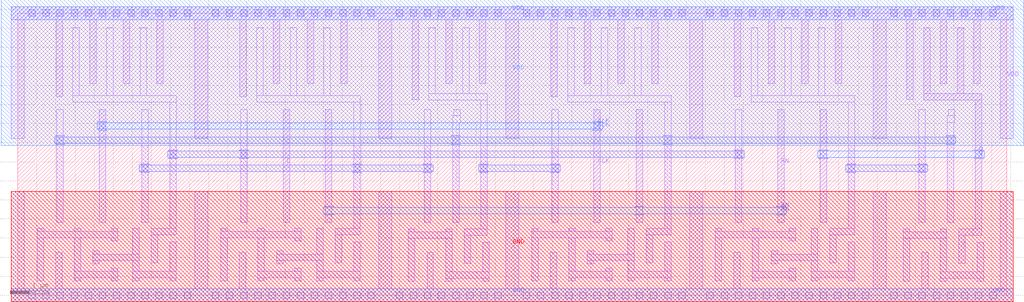
<source format=lef>
VERSION 5.7 ;
  NOWIREEXTENSIONATPIN ON ;
  DIVIDERCHAR "/" ;
  BUSBITCHARS "[]" ;
MACRO DFFRNQX1
  CLASS CORE ;
  FOREIGN DFFRNQX1 ;
  ORIGIN 0.000 0.000 ;
  SIZE 25.900 BY 7.400 ;
  SYMMETRY X Y R90 ;
  SITE unitrh ;
  PIN Q
    DIRECTION OUTPUT ;
    USE SIGNAL ;
    ANTENNAGATEAREA 1.027250 ;
    ANTENNADIFFAREA 1.351900 ;
    PORT
      LAYER li1 ;
        RECT 23.715 5.285 23.885 7.020 ;
        RECT 24.595 5.285 24.765 7.020 ;
        RECT 23.715 5.115 25.245 5.285 ;
        RECT 21.005 1.915 21.175 4.865 ;
        RECT 25.075 1.740 25.245 5.115 ;
        RECT 24.635 1.570 25.245 1.740 ;
        RECT 24.635 0.835 24.805 1.570 ;
      LAYER mcon ;
        RECT 21.005 3.615 21.175 3.785 ;
        RECT 25.075 3.615 25.245 3.785 ;
      LAYER met1 ;
        RECT 20.975 3.785 21.205 3.815 ;
        RECT 25.045 3.785 25.275 3.815 ;
        RECT 20.945 3.615 25.305 3.785 ;
        RECT 20.975 3.585 21.205 3.615 ;
        RECT 25.045 3.585 25.275 3.615 ;
    END
  END Q
  PIN D
    DIRECTION INPUT ;
    USE SIGNAL ;
    ANTENNAGATEAREA 1.014850 ;
    PORT
      LAYER li1 ;
        RECT 6.945 1.915 7.115 4.865 ;
    END
  END D
  PIN CLK
    DIRECTION INPUT ;
    USE SIGNAL ;
    ANTENNAGATEAREA 2.029700 ;
    PORT
      LAYER li1 ;
        RECT 2.135 1.915 2.305 4.865 ;
        RECT 15.085 1.915 15.255 4.865 ;
      LAYER mcon ;
        RECT 2.135 4.355 2.305 4.525 ;
        RECT 15.085 4.355 15.255 4.525 ;
      LAYER met1 ;
        RECT 2.105 4.525 2.335 4.555 ;
        RECT 15.055 4.525 15.285 4.555 ;
        RECT 2.075 4.355 15.315 4.525 ;
        RECT 2.105 4.325 2.335 4.355 ;
        RECT 15.055 4.325 15.285 4.355 ;
    END
  END CLK
  PIN RN
    DIRECTION INPUT ;
    USE SIGNAL ;
    ANTENNAGATEAREA 3.069350 ;
    PORT
      LAYER li1 ;
        RECT 8.055 1.915 8.225 4.865 ;
        RECT 16.195 1.915 16.365 4.865 ;
        RECT 19.895 1.915 20.065 4.865 ;
      LAYER mcon ;
        RECT 8.055 2.135 8.225 2.305 ;
        RECT 16.195 2.135 16.365 2.305 ;
        RECT 19.895 2.135 20.065 2.305 ;
      LAYER met1 ;
        RECT 8.025 2.305 8.255 2.335 ;
        RECT 16.165 2.305 16.395 2.335 ;
        RECT 19.865 2.305 20.095 2.335 ;
        RECT 7.995 2.135 20.125 2.305 ;
        RECT 8.025 2.105 8.255 2.135 ;
        RECT 16.165 2.105 16.395 2.135 ;
        RECT 19.865 2.105 20.095 2.135 ;
    END
  END RN
  PIN VDD
    DIRECTION INOUT ;
    USE POWER ;
    SHAPE ABUTMENT ;
    PORT
      LAYER nwell ;
        RECT -0.435 3.930 26.335 7.750 ;
      LAYER li1 ;
        RECT -0.170 7.230 26.070 7.570 ;
        RECT -0.170 4.110 0.170 7.230 ;
        RECT 1.005 5.215 1.175 7.230 ;
        RECT 1.885 5.555 2.055 7.230 ;
        RECT 2.765 5.555 2.935 7.230 ;
        RECT 3.645 5.555 3.815 7.230 ;
        RECT 4.640 4.110 4.980 7.230 ;
        RECT 5.815 5.215 5.985 7.230 ;
        RECT 6.695 5.555 6.865 7.230 ;
        RECT 7.575 5.555 7.745 7.230 ;
        RECT 8.455 5.555 8.625 7.230 ;
        RECT 9.450 4.110 9.790 7.230 ;
        RECT 10.325 5.135 10.495 7.230 ;
        RECT 11.205 5.555 11.375 7.230 ;
        RECT 12.085 5.555 12.255 7.230 ;
        RECT 12.780 4.110 13.120 7.230 ;
        RECT 13.955 5.215 14.125 7.230 ;
        RECT 14.835 5.555 15.005 7.230 ;
        RECT 15.715 5.555 15.885 7.230 ;
        RECT 16.595 5.555 16.765 7.230 ;
        RECT 17.590 4.110 17.930 7.230 ;
        RECT 18.765 5.215 18.935 7.230 ;
        RECT 19.645 5.555 19.815 7.230 ;
        RECT 20.525 5.555 20.695 7.230 ;
        RECT 21.405 5.555 21.575 7.230 ;
        RECT 22.400 4.110 22.740 7.230 ;
        RECT 23.275 5.135 23.445 7.230 ;
        RECT 24.155 5.555 24.325 7.230 ;
        RECT 25.035 5.555 25.205 7.230 ;
        RECT 25.730 4.110 26.070 7.230 ;
      LAYER mcon ;
        RECT 0.285 7.315 0.455 7.485 ;
        RECT 0.655 7.315 0.825 7.485 ;
        RECT 1.025 7.315 1.195 7.485 ;
        RECT 1.395 7.315 1.565 7.485 ;
        RECT 1.765 7.315 1.935 7.485 ;
        RECT 2.135 7.315 2.305 7.485 ;
        RECT 2.505 7.315 2.675 7.485 ;
        RECT 2.875 7.315 3.045 7.485 ;
        RECT 3.245 7.315 3.415 7.485 ;
        RECT 3.615 7.315 3.785 7.485 ;
        RECT 3.985 7.315 4.155 7.485 ;
        RECT 4.355 7.315 4.525 7.485 ;
        RECT 5.095 7.315 5.265 7.485 ;
        RECT 5.465 7.315 5.635 7.485 ;
        RECT 5.835 7.315 6.005 7.485 ;
        RECT 6.205 7.315 6.375 7.485 ;
        RECT 6.575 7.315 6.745 7.485 ;
        RECT 6.945 7.315 7.115 7.485 ;
        RECT 7.315 7.315 7.485 7.485 ;
        RECT 7.685 7.315 7.855 7.485 ;
        RECT 8.055 7.315 8.225 7.485 ;
        RECT 8.425 7.315 8.595 7.485 ;
        RECT 8.795 7.315 8.965 7.485 ;
        RECT 9.165 7.315 9.335 7.485 ;
        RECT 9.905 7.315 10.075 7.485 ;
        RECT 10.275 7.315 10.445 7.485 ;
        RECT 10.645 7.315 10.815 7.485 ;
        RECT 11.015 7.315 11.185 7.485 ;
        RECT 11.385 7.315 11.555 7.485 ;
        RECT 11.755 7.315 11.925 7.485 ;
        RECT 12.125 7.315 12.295 7.485 ;
        RECT 12.495 7.315 12.665 7.485 ;
        RECT 13.235 7.315 13.405 7.485 ;
        RECT 13.605 7.315 13.775 7.485 ;
        RECT 13.975 7.315 14.145 7.485 ;
        RECT 14.345 7.315 14.515 7.485 ;
        RECT 14.715 7.315 14.885 7.485 ;
        RECT 15.085 7.315 15.255 7.485 ;
        RECT 15.455 7.315 15.625 7.485 ;
        RECT 15.825 7.315 15.995 7.485 ;
        RECT 16.195 7.315 16.365 7.485 ;
        RECT 16.565 7.315 16.735 7.485 ;
        RECT 16.935 7.315 17.105 7.485 ;
        RECT 17.305 7.315 17.475 7.485 ;
        RECT 18.045 7.315 18.215 7.485 ;
        RECT 18.415 7.315 18.585 7.485 ;
        RECT 18.785 7.315 18.955 7.485 ;
        RECT 19.155 7.315 19.325 7.485 ;
        RECT 19.525 7.315 19.695 7.485 ;
        RECT 19.895 7.315 20.065 7.485 ;
        RECT 20.265 7.315 20.435 7.485 ;
        RECT 20.635 7.315 20.805 7.485 ;
        RECT 21.005 7.315 21.175 7.485 ;
        RECT 21.375 7.315 21.545 7.485 ;
        RECT 21.745 7.315 21.915 7.485 ;
        RECT 22.115 7.315 22.285 7.485 ;
        RECT 22.855 7.315 23.025 7.485 ;
        RECT 23.225 7.315 23.395 7.485 ;
        RECT 23.595 7.315 23.765 7.485 ;
        RECT 23.965 7.315 24.135 7.485 ;
        RECT 24.335 7.315 24.505 7.485 ;
        RECT 24.705 7.315 24.875 7.485 ;
        RECT 25.075 7.315 25.245 7.485 ;
        RECT 25.445 7.315 25.615 7.485 ;
      LAYER met1 ;
        RECT -0.170 7.230 26.070 7.570 ;
    END
  END VDD
  PIN GND
    DIRECTION INOUT ;
    USE GROUND ;
    SHAPE ABUTMENT ;
    PORT
      LAYER pwell ;
        RECT -0.170 -0.170 26.070 2.720 ;
      LAYER li1 ;
        RECT -0.170 0.170 0.170 2.720 ;
        RECT 0.990 0.170 1.160 1.130 ;
        RECT 4.640 0.170 4.980 2.720 ;
        RECT 5.800 0.170 5.970 1.130 ;
        RECT 9.450 0.170 9.790 2.720 ;
        RECT 10.715 0.170 10.885 1.120 ;
        RECT 12.780 0.170 13.120 2.720 ;
        RECT 13.940 0.170 14.110 1.130 ;
        RECT 17.590 0.170 17.930 2.720 ;
        RECT 18.750 0.170 18.920 1.130 ;
        RECT 22.400 0.170 22.740 2.720 ;
        RECT 23.665 0.170 23.835 1.120 ;
        RECT 25.730 0.170 26.070 2.720 ;
        RECT -0.170 -0.170 26.070 0.170 ;
      LAYER mcon ;
        RECT 0.285 -0.085 0.455 0.085 ;
        RECT 0.655 -0.085 0.825 0.085 ;
        RECT 1.025 -0.085 1.195 0.085 ;
        RECT 1.395 -0.085 1.565 0.085 ;
        RECT 1.765 -0.085 1.935 0.085 ;
        RECT 2.135 -0.085 2.305 0.085 ;
        RECT 2.505 -0.085 2.675 0.085 ;
        RECT 2.875 -0.085 3.045 0.085 ;
        RECT 3.245 -0.085 3.415 0.085 ;
        RECT 3.615 -0.085 3.785 0.085 ;
        RECT 3.985 -0.085 4.155 0.085 ;
        RECT 4.355 -0.085 4.525 0.085 ;
        RECT 5.095 -0.085 5.265 0.085 ;
        RECT 5.465 -0.085 5.635 0.085 ;
        RECT 5.835 -0.085 6.005 0.085 ;
        RECT 6.205 -0.085 6.375 0.085 ;
        RECT 6.575 -0.085 6.745 0.085 ;
        RECT 6.945 -0.085 7.115 0.085 ;
        RECT 7.315 -0.085 7.485 0.085 ;
        RECT 7.685 -0.085 7.855 0.085 ;
        RECT 8.055 -0.085 8.225 0.085 ;
        RECT 8.425 -0.085 8.595 0.085 ;
        RECT 8.795 -0.085 8.965 0.085 ;
        RECT 9.165 -0.085 9.335 0.085 ;
        RECT 9.905 -0.085 10.075 0.085 ;
        RECT 10.275 -0.085 10.445 0.085 ;
        RECT 10.645 -0.085 10.815 0.085 ;
        RECT 11.015 -0.085 11.185 0.085 ;
        RECT 11.385 -0.085 11.555 0.085 ;
        RECT 11.755 -0.085 11.925 0.085 ;
        RECT 12.125 -0.085 12.295 0.085 ;
        RECT 12.495 -0.085 12.665 0.085 ;
        RECT 13.235 -0.085 13.405 0.085 ;
        RECT 13.605 -0.085 13.775 0.085 ;
        RECT 13.975 -0.085 14.145 0.085 ;
        RECT 14.345 -0.085 14.515 0.085 ;
        RECT 14.715 -0.085 14.885 0.085 ;
        RECT 15.085 -0.085 15.255 0.085 ;
        RECT 15.455 -0.085 15.625 0.085 ;
        RECT 15.825 -0.085 15.995 0.085 ;
        RECT 16.195 -0.085 16.365 0.085 ;
        RECT 16.565 -0.085 16.735 0.085 ;
        RECT 16.935 -0.085 17.105 0.085 ;
        RECT 17.305 -0.085 17.475 0.085 ;
        RECT 18.045 -0.085 18.215 0.085 ;
        RECT 18.415 -0.085 18.585 0.085 ;
        RECT 18.785 -0.085 18.955 0.085 ;
        RECT 19.155 -0.085 19.325 0.085 ;
        RECT 19.525 -0.085 19.695 0.085 ;
        RECT 19.895 -0.085 20.065 0.085 ;
        RECT 20.265 -0.085 20.435 0.085 ;
        RECT 20.635 -0.085 20.805 0.085 ;
        RECT 21.005 -0.085 21.175 0.085 ;
        RECT 21.375 -0.085 21.545 0.085 ;
        RECT 21.745 -0.085 21.915 0.085 ;
        RECT 22.115 -0.085 22.285 0.085 ;
        RECT 22.855 -0.085 23.025 0.085 ;
        RECT 23.225 -0.085 23.395 0.085 ;
        RECT 23.595 -0.085 23.765 0.085 ;
        RECT 23.965 -0.085 24.135 0.085 ;
        RECT 24.335 -0.085 24.505 0.085 ;
        RECT 24.705 -0.085 24.875 0.085 ;
        RECT 25.075 -0.085 25.245 0.085 ;
        RECT 25.445 -0.085 25.615 0.085 ;
      LAYER met1 ;
        RECT -0.170 -0.170 26.070 0.175 ;
    END
  END GND
  OBS
      LAYER li1 ;
        RECT 1.445 5.240 1.615 7.020 ;
        RECT 2.325 5.240 2.495 7.020 ;
        RECT 3.205 5.240 3.375 7.020 ;
        RECT 6.255 5.240 6.425 7.020 ;
        RECT 7.135 5.240 7.305 7.020 ;
        RECT 8.015 5.240 8.185 7.020 ;
        RECT 10.765 5.285 10.935 7.020 ;
        RECT 11.645 5.285 11.815 7.020 ;
        RECT 1.445 5.070 4.155 5.240 ;
        RECT 6.255 5.070 8.965 5.240 ;
        RECT 10.765 5.115 12.295 5.285 ;
        RECT 1.025 1.915 1.195 4.865 ;
        RECT 3.245 1.915 3.415 4.865 ;
        RECT 0.505 1.675 0.675 1.755 ;
        RECT 1.475 1.675 1.645 1.755 ;
        RECT 2.445 1.675 2.615 1.755 ;
        RECT 0.505 1.505 2.615 1.675 ;
        RECT 0.505 0.375 0.675 1.505 ;
        RECT 1.475 0.625 1.645 1.505 ;
        RECT 2.445 1.425 2.615 1.505 ;
        RECT 1.965 1.080 2.135 1.160 ;
        RECT 3.015 1.080 3.185 1.755 ;
        RECT 3.985 1.750 4.155 5.070 ;
        RECT 5.835 1.915 6.005 4.865 ;
        RECT 1.965 0.910 3.185 1.080 ;
        RECT 1.965 0.830 2.135 0.910 ;
        RECT 2.445 0.625 2.615 0.705 ;
        RECT 1.475 0.455 2.615 0.625 ;
        RECT 1.475 0.375 1.645 0.455 ;
        RECT 2.445 0.375 2.615 0.455 ;
        RECT 3.015 0.625 3.185 0.910 ;
        RECT 3.500 1.580 4.155 1.750 ;
        RECT 5.315 1.675 5.485 1.755 ;
        RECT 6.285 1.675 6.455 1.755 ;
        RECT 7.255 1.675 7.425 1.755 ;
        RECT 3.500 0.845 3.670 1.580 ;
        RECT 5.315 1.505 7.425 1.675 ;
        RECT 3.985 0.625 4.155 1.395 ;
        RECT 3.015 0.455 4.155 0.625 ;
        RECT 3.015 0.375 3.185 0.455 ;
        RECT 3.985 0.375 4.155 0.455 ;
        RECT 5.315 0.375 5.485 1.505 ;
        RECT 6.285 0.625 6.455 1.505 ;
        RECT 7.255 1.425 7.425 1.505 ;
        RECT 6.775 1.080 6.945 1.160 ;
        RECT 7.825 1.080 7.995 1.755 ;
        RECT 8.795 1.750 8.965 5.070 ;
        RECT 10.645 1.915 10.815 4.865 ;
        RECT 11.415 4.710 11.585 4.865 ;
        RECT 11.385 4.535 11.585 4.710 ;
        RECT 11.385 1.915 11.555 4.535 ;
        RECT 6.775 0.910 7.995 1.080 ;
        RECT 6.775 0.830 6.945 0.910 ;
        RECT 7.255 0.625 7.425 0.705 ;
        RECT 6.285 0.455 7.425 0.625 ;
        RECT 6.285 0.375 6.455 0.455 ;
        RECT 7.255 0.375 7.425 0.455 ;
        RECT 7.825 0.625 7.995 0.910 ;
        RECT 8.310 1.580 8.965 1.750 ;
        RECT 10.230 1.665 10.400 1.745 ;
        RECT 11.200 1.665 11.370 1.745 ;
        RECT 12.125 1.740 12.295 5.115 ;
        RECT 14.395 5.240 14.565 7.020 ;
        RECT 15.275 5.240 15.445 7.020 ;
        RECT 16.155 5.240 16.325 7.020 ;
        RECT 19.205 5.240 19.375 7.020 ;
        RECT 20.085 5.240 20.255 7.020 ;
        RECT 20.965 5.240 21.135 7.020 ;
        RECT 14.395 5.070 17.105 5.240 ;
        RECT 19.205 5.070 21.915 5.240 ;
        RECT 13.975 1.915 14.145 4.865 ;
        RECT 8.310 0.845 8.480 1.580 ;
        RECT 10.230 1.495 11.370 1.665 ;
        RECT 8.795 0.625 8.965 1.395 ;
        RECT 7.825 0.455 8.965 0.625 ;
        RECT 7.825 0.375 7.995 0.455 ;
        RECT 8.795 0.375 8.965 0.455 ;
        RECT 10.230 0.365 10.400 1.495 ;
        RECT 11.200 0.615 11.370 1.495 ;
        RECT 11.685 1.570 12.295 1.740 ;
        RECT 13.455 1.675 13.625 1.755 ;
        RECT 14.425 1.675 14.595 1.755 ;
        RECT 15.395 1.675 15.565 1.755 ;
        RECT 11.685 0.835 11.855 1.570 ;
        RECT 13.455 1.505 15.565 1.675 ;
        RECT 12.170 0.615 12.340 1.385 ;
        RECT 11.200 0.445 12.340 0.615 ;
        RECT 11.200 0.365 11.370 0.445 ;
        RECT 12.170 0.365 12.340 0.445 ;
        RECT 13.455 0.375 13.625 1.505 ;
        RECT 14.425 0.625 14.595 1.505 ;
        RECT 15.395 1.425 15.565 1.505 ;
        RECT 14.915 1.080 15.085 1.160 ;
        RECT 15.965 1.080 16.135 1.755 ;
        RECT 16.935 1.750 17.105 5.070 ;
        RECT 18.785 1.915 18.955 4.865 ;
        RECT 14.915 0.910 16.135 1.080 ;
        RECT 14.915 0.830 15.085 0.910 ;
        RECT 15.395 0.625 15.565 0.705 ;
        RECT 14.425 0.455 15.565 0.625 ;
        RECT 14.425 0.375 14.595 0.455 ;
        RECT 15.395 0.375 15.565 0.455 ;
        RECT 15.965 0.625 16.135 0.910 ;
        RECT 16.450 1.580 17.105 1.750 ;
        RECT 18.265 1.675 18.435 1.755 ;
        RECT 19.235 1.675 19.405 1.755 ;
        RECT 20.205 1.675 20.375 1.755 ;
        RECT 16.450 0.845 16.620 1.580 ;
        RECT 18.265 1.505 20.375 1.675 ;
        RECT 16.935 0.625 17.105 1.395 ;
        RECT 15.965 0.455 17.105 0.625 ;
        RECT 15.965 0.375 16.135 0.455 ;
        RECT 16.935 0.375 17.105 0.455 ;
        RECT 18.265 0.375 18.435 1.505 ;
        RECT 19.235 0.625 19.405 1.505 ;
        RECT 20.205 1.425 20.375 1.505 ;
        RECT 19.725 1.080 19.895 1.160 ;
        RECT 20.775 1.080 20.945 1.755 ;
        RECT 21.745 1.750 21.915 5.070 ;
        RECT 23.595 1.915 23.765 4.865 ;
        RECT 24.365 4.710 24.535 4.865 ;
        RECT 24.335 4.535 24.535 4.710 ;
        RECT 24.335 1.915 24.505 4.535 ;
        RECT 19.725 0.910 20.945 1.080 ;
        RECT 19.725 0.830 19.895 0.910 ;
        RECT 20.205 0.625 20.375 0.705 ;
        RECT 19.235 0.455 20.375 0.625 ;
        RECT 19.235 0.375 19.405 0.455 ;
        RECT 20.205 0.375 20.375 0.455 ;
        RECT 20.775 0.625 20.945 0.910 ;
        RECT 21.260 1.580 21.915 1.750 ;
        RECT 23.180 1.665 23.350 1.745 ;
        RECT 24.150 1.665 24.320 1.745 ;
        RECT 21.260 0.845 21.430 1.580 ;
        RECT 23.180 1.495 24.320 1.665 ;
        RECT 21.745 0.625 21.915 1.395 ;
        RECT 20.775 0.455 21.915 0.625 ;
        RECT 20.775 0.375 20.945 0.455 ;
        RECT 21.745 0.375 21.915 0.455 ;
        RECT 23.180 0.365 23.350 1.495 ;
        RECT 24.150 0.615 24.320 1.495 ;
        RECT 25.120 0.615 25.290 1.385 ;
        RECT 24.150 0.445 25.290 0.615 ;
        RECT 24.150 0.365 24.320 0.445 ;
        RECT 25.120 0.365 25.290 0.445 ;
      LAYER mcon ;
        RECT 1.025 3.985 1.195 4.155 ;
        RECT 3.245 3.245 3.415 3.415 ;
        RECT 3.985 3.615 4.155 3.785 ;
        RECT 5.835 3.615 6.005 3.785 ;
        RECT 8.795 3.245 8.965 3.415 ;
        RECT 10.645 3.245 10.815 3.415 ;
        RECT 11.385 3.985 11.555 4.155 ;
        RECT 12.125 3.245 12.295 3.415 ;
        RECT 13.975 3.245 14.145 3.415 ;
        RECT 16.935 3.985 17.105 4.155 ;
        RECT 18.785 3.615 18.955 3.785 ;
        RECT 21.745 3.245 21.915 3.415 ;
        RECT 23.595 3.245 23.765 3.415 ;
        RECT 24.335 3.985 24.505 4.155 ;
      LAYER met1 ;
        RECT 0.995 4.155 1.225 4.185 ;
        RECT 11.355 4.155 11.585 4.185 ;
        RECT 16.905 4.155 17.135 4.185 ;
        RECT 24.305 4.155 24.535 4.185 ;
        RECT 0.965 3.985 24.565 4.155 ;
        RECT 0.995 3.955 1.225 3.985 ;
        RECT 11.355 3.955 11.585 3.985 ;
        RECT 16.905 3.955 17.135 3.985 ;
        RECT 24.305 3.955 24.535 3.985 ;
        RECT 3.955 3.785 4.185 3.815 ;
        RECT 5.805 3.785 6.035 3.815 ;
        RECT 18.755 3.785 18.985 3.815 ;
        RECT 3.925 3.615 19.015 3.785 ;
        RECT 3.955 3.585 4.185 3.615 ;
        RECT 5.805 3.585 6.035 3.615 ;
        RECT 18.755 3.585 18.985 3.615 ;
        RECT 3.215 3.415 3.445 3.445 ;
        RECT 8.765 3.415 8.995 3.445 ;
        RECT 10.615 3.415 10.845 3.445 ;
        RECT 12.095 3.415 12.325 3.445 ;
        RECT 13.945 3.415 14.175 3.445 ;
        RECT 21.715 3.415 21.945 3.445 ;
        RECT 23.565 3.415 23.795 3.445 ;
        RECT 3.185 3.245 10.875 3.415 ;
        RECT 12.065 3.245 14.205 3.415 ;
        RECT 21.685 3.245 23.825 3.415 ;
        RECT 3.215 3.215 3.445 3.245 ;
        RECT 8.765 3.215 8.995 3.245 ;
        RECT 10.615 3.215 10.845 3.245 ;
        RECT 12.095 3.215 12.325 3.245 ;
        RECT 13.945 3.215 14.175 3.245 ;
        RECT 21.715 3.215 21.945 3.245 ;
        RECT 23.565 3.215 23.795 3.245 ;
  END
END DFFRNQX1
END LIBRARY


</source>
